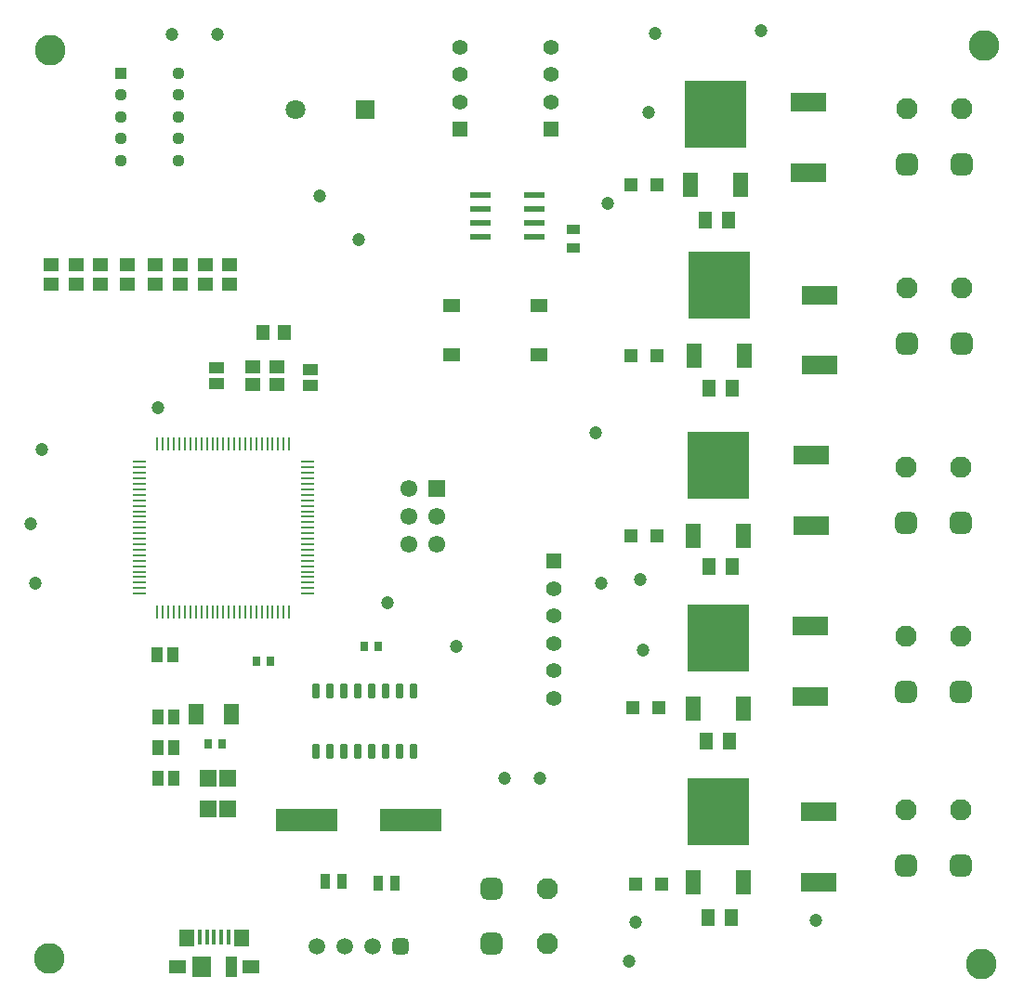
<source format=gbr>
G04*
G04 #@! TF.GenerationSoftware,Altium Limited,Altium Designer,24.6.1 (21)*
G04*
G04 Layer_Color=255*
%FSLAX25Y25*%
%MOIN*%
G70*
G04*
G04 #@! TF.SameCoordinates,02B8DA6F-49FF-4BAE-8194-33363A00AC8D*
G04*
G04*
G04 #@! TF.FilePolarity,Positive*
G04*
G01*
G75*
%ADD16R,0.05500X0.09000*%
%ADD17R,0.22400X0.24300*%
%ADD18R,0.05315X0.07480*%
%ADD19R,0.04528X0.04528*%
%ADD20O,0.05118X0.00984*%
%ADD21O,0.00984X0.05118*%
%ADD22R,0.05151X0.03175*%
%ADD23R,0.07795X0.02087*%
%ADD24R,0.22047X0.08268*%
%ADD25R,0.03740X0.05315*%
%ADD26R,0.06496X0.05118*%
%ADD27R,0.07087X0.07480*%
%ADD28R,0.03937X0.07480*%
%ADD29R,0.05610X0.06102*%
%ADD30R,0.01772X0.05433*%
%ADD31R,0.05906X0.06102*%
%ADD32R,0.04152X0.05339*%
%ADD33R,0.02953X0.03543*%
G04:AMPARAMS|DCode=34|XSize=51.58mil|YSize=24.41mil|CornerRadius=3.05mil|HoleSize=0mil|Usage=FLASHONLY|Rotation=90.000|XOffset=0mil|YOffset=0mil|HoleType=Round|Shape=RoundedRectangle|*
%AMROUNDEDRECTD34*
21,1,0.05158,0.01831,0,0,90.0*
21,1,0.04547,0.02441,0,0,90.0*
1,1,0.00610,0.00915,0.02274*
1,1,0.00610,0.00915,-0.02274*
1,1,0.00610,-0.00915,-0.02274*
1,1,0.00610,-0.00915,0.02274*
%
%ADD34ROUNDEDRECTD34*%
%ADD35R,0.06102X0.05118*%
%ADD36R,0.05512X0.04724*%
%ADD37R,0.04724X0.05709*%
%ADD38R,0.05339X0.04152*%
%ADD39R,0.05709X0.04528*%
%ADD40R,0.04750X0.05938*%
%ADD41R,0.12598X0.06772*%
%ADD56C,0.05512*%
%ADD57R,0.05512X0.05512*%
%ADD61R,0.06102X0.06102*%
%ADD62C,0.06102*%
%ADD67C,0.04724*%
G04:AMPARAMS|DCode=70|XSize=76.77mil|YSize=76.77mil|CornerRadius=19.19mil|HoleSize=0mil|Usage=FLASHONLY|Rotation=90.000|XOffset=0mil|YOffset=0mil|HoleType=Round|Shape=RoundedRectangle|*
%AMROUNDEDRECTD70*
21,1,0.07677,0.03839,0,0,90.0*
21,1,0.03839,0.07677,0,0,90.0*
1,1,0.03839,0.01919,0.01919*
1,1,0.03839,0.01919,-0.01919*
1,1,0.03839,-0.01919,-0.01919*
1,1,0.03839,-0.01919,0.01919*
%
%ADD70ROUNDEDRECTD70*%
%ADD71C,0.07677*%
%ADD72R,0.07087X0.07087*%
%ADD73C,0.07087*%
%ADD74C,0.11000*%
%ADD75C,0.04370*%
%ADD76R,0.04370X0.04370*%
G04:AMPARAMS|DCode=77|XSize=76.77mil|YSize=76.77mil|CornerRadius=19.19mil|HoleSize=0mil|Usage=FLASHONLY|Rotation=0.000|XOffset=0mil|YOffset=0mil|HoleType=Round|Shape=RoundedRectangle|*
%AMROUNDEDRECTD77*
21,1,0.07677,0.03839,0,0,0.0*
21,1,0.03839,0.07677,0,0,0.0*
1,1,0.03839,0.01919,-0.01919*
1,1,0.03839,-0.01919,-0.01919*
1,1,0.03839,-0.01919,0.01919*
1,1,0.03839,0.01919,0.01919*
%
%ADD77ROUNDEDRECTD77*%
%ADD78C,0.05906*%
G04:AMPARAMS|DCode=79|XSize=59.06mil|YSize=59.06mil|CornerRadius=14.76mil|HoleSize=0mil|Usage=FLASHONLY|Rotation=0.000|XOffset=0mil|YOffset=0mil|HoleType=Round|Shape=RoundedRectangle|*
%AMROUNDEDRECTD79*
21,1,0.05906,0.02953,0,0,0.0*
21,1,0.02953,0.05906,0,0,0.0*
1,1,0.02953,0.01476,-0.01476*
1,1,0.02953,-0.01476,-0.01476*
1,1,0.02953,-0.01476,0.01476*
1,1,0.02953,0.01476,0.01476*
%
%ADD79ROUNDEDRECTD79*%
D16*
X603500Y202008D02*
D03*
X585500D02*
D03*
Y139768D02*
D03*
X603500D02*
D03*
X585500Y264150D02*
D03*
X603500D02*
D03*
X586037Y328650D02*
D03*
X604037D02*
D03*
X584537Y390150D02*
D03*
X602537D02*
D03*
D17*
X594500Y227358D02*
D03*
Y165118D02*
D03*
Y289500D02*
D03*
X595037Y354000D02*
D03*
X593537Y415500D02*
D03*
D18*
X419894Y200000D02*
D03*
X407295D02*
D03*
D19*
X572626Y390150D02*
D03*
X563374D02*
D03*
X564000Y202500D02*
D03*
X573252D02*
D03*
X564874Y139000D02*
D03*
X574126D02*
D03*
X563374Y328650D02*
D03*
X572626D02*
D03*
Y264000D02*
D03*
X563374D02*
D03*
D20*
X447118Y243378D02*
D03*
Y245346D02*
D03*
Y247315D02*
D03*
Y249283D02*
D03*
Y251252D02*
D03*
Y253220D02*
D03*
Y255189D02*
D03*
Y257157D02*
D03*
Y259126D02*
D03*
Y261094D02*
D03*
Y263063D02*
D03*
Y265032D02*
D03*
Y267000D02*
D03*
Y268969D02*
D03*
Y270937D02*
D03*
Y272906D02*
D03*
Y274874D02*
D03*
Y276843D02*
D03*
Y278811D02*
D03*
Y280780D02*
D03*
Y282748D02*
D03*
Y284717D02*
D03*
Y286685D02*
D03*
Y288654D02*
D03*
Y290622D02*
D03*
X386882D02*
D03*
Y288654D02*
D03*
Y286685D02*
D03*
Y284717D02*
D03*
Y282748D02*
D03*
Y280780D02*
D03*
Y278811D02*
D03*
Y276843D02*
D03*
Y274874D02*
D03*
Y272906D02*
D03*
Y270937D02*
D03*
Y268969D02*
D03*
Y267000D02*
D03*
Y265032D02*
D03*
Y263063D02*
D03*
Y261094D02*
D03*
Y259126D02*
D03*
Y257157D02*
D03*
Y255189D02*
D03*
Y253220D02*
D03*
Y251252D02*
D03*
Y249283D02*
D03*
Y247315D02*
D03*
Y245346D02*
D03*
Y243378D02*
D03*
D21*
X440622Y297118D02*
D03*
X438654D02*
D03*
X436685D02*
D03*
X434717D02*
D03*
X432748D02*
D03*
X430780D02*
D03*
X428811D02*
D03*
X426843D02*
D03*
X424874D02*
D03*
X422906D02*
D03*
X420937D02*
D03*
X418969D02*
D03*
X417000D02*
D03*
X415032D02*
D03*
X413063D02*
D03*
X411094D02*
D03*
X409126D02*
D03*
X407157D02*
D03*
X405189D02*
D03*
X403220D02*
D03*
X401252D02*
D03*
X399283D02*
D03*
X397315D02*
D03*
X395346D02*
D03*
X393378D02*
D03*
Y236882D02*
D03*
X395346D02*
D03*
X397315D02*
D03*
X399283D02*
D03*
X401252D02*
D03*
X403220D02*
D03*
X405189D02*
D03*
X407157D02*
D03*
X409126D02*
D03*
X411094D02*
D03*
X413063D02*
D03*
X415032D02*
D03*
X417000D02*
D03*
X418969D02*
D03*
X420937D02*
D03*
X422906D02*
D03*
X424874D02*
D03*
X426843D02*
D03*
X428811D02*
D03*
X430780D02*
D03*
X432748D02*
D03*
X434717D02*
D03*
X436685D02*
D03*
X438654D02*
D03*
X440622D02*
D03*
D22*
X542500Y374000D02*
D03*
Y367300D02*
D03*
D23*
X528705Y386500D02*
D03*
Y381500D02*
D03*
Y376500D02*
D03*
Y371500D02*
D03*
X509295D02*
D03*
Y376500D02*
D03*
Y381500D02*
D03*
Y386500D02*
D03*
D24*
X484201Y162000D02*
D03*
X446799D02*
D03*
D25*
X453500Y140000D02*
D03*
X459405D02*
D03*
X478453Y139500D02*
D03*
X472547D02*
D03*
D26*
X400425Y109500D02*
D03*
X427000D02*
D03*
D27*
X409185D02*
D03*
D28*
X419815D02*
D03*
D29*
X403919Y119638D02*
D03*
X423506D02*
D03*
D30*
X408594Y119972D02*
D03*
X411154D02*
D03*
X413713D02*
D03*
X416272D02*
D03*
X418831D02*
D03*
D31*
X411413Y166000D02*
D03*
X418500D02*
D03*
X411413Y177236D02*
D03*
X418500D02*
D03*
D32*
X399283Y188205D02*
D03*
X393569D02*
D03*
X399283Y199000D02*
D03*
X393569D02*
D03*
X399000Y221500D02*
D03*
X393285D02*
D03*
X399283Y177236D02*
D03*
X393569D02*
D03*
D33*
X433961Y219000D02*
D03*
X429039D02*
D03*
X472500Y224500D02*
D03*
X467579D02*
D03*
X416421Y189500D02*
D03*
X411500D02*
D03*
D34*
X450177Y208327D02*
D03*
X455177D02*
D03*
X485177Y186673D02*
D03*
X480177Y208327D02*
D03*
Y186673D02*
D03*
X470177D02*
D03*
X485177Y208327D02*
D03*
X475177Y186673D02*
D03*
Y208327D02*
D03*
X470177D02*
D03*
X460177D02*
D03*
X465177Y186673D02*
D03*
X460177D02*
D03*
X450177D02*
D03*
X465177Y208327D02*
D03*
X455177Y186673D02*
D03*
D35*
X530150Y329142D02*
D03*
X498850D02*
D03*
X530150Y346858D02*
D03*
X498850D02*
D03*
D36*
X436331Y324650D02*
D03*
X427669D02*
D03*
Y318350D02*
D03*
X436331D02*
D03*
D37*
X439000Y337000D02*
D03*
X431126D02*
D03*
D38*
X448059Y323838D02*
D03*
Y318123D02*
D03*
X414500Y318643D02*
D03*
Y324357D02*
D03*
D39*
X410437Y354555D02*
D03*
Y361445D02*
D03*
X419311Y354555D02*
D03*
Y361445D02*
D03*
X401563Y354555D02*
D03*
Y361445D02*
D03*
X355252Y354555D02*
D03*
Y361445D02*
D03*
X364126Y354555D02*
D03*
Y361445D02*
D03*
X373000Y354555D02*
D03*
Y361445D02*
D03*
X382567Y354555D02*
D03*
Y361445D02*
D03*
X392689Y354555D02*
D03*
Y361445D02*
D03*
D40*
X598637Y190500D02*
D03*
X590363D02*
D03*
X599637Y253000D02*
D03*
X591363D02*
D03*
X598174Y377500D02*
D03*
X589899D02*
D03*
X599137Y127000D02*
D03*
X590863D02*
D03*
X591363Y317000D02*
D03*
X599637D02*
D03*
D41*
X627037Y394382D02*
D03*
Y419618D02*
D03*
X627500Y206382D02*
D03*
Y231618D02*
D03*
X630500Y139882D02*
D03*
Y165118D02*
D03*
X628000Y293118D02*
D03*
Y267882D02*
D03*
X631000Y350500D02*
D03*
Y325264D02*
D03*
D56*
X534500Y439500D02*
D03*
Y429658D02*
D03*
Y419815D02*
D03*
X502000Y439500D02*
D03*
Y429658D02*
D03*
Y419815D02*
D03*
X535500Y205815D02*
D03*
Y215657D02*
D03*
Y225500D02*
D03*
Y235343D02*
D03*
Y245185D02*
D03*
D57*
X534500Y409972D02*
D03*
X502000D02*
D03*
X535500Y255028D02*
D03*
D61*
X493441Y281201D02*
D03*
D62*
Y271201D02*
D03*
Y261201D02*
D03*
X483441Y281201D02*
D03*
Y271201D02*
D03*
Y261201D02*
D03*
D67*
X572000Y444500D02*
D03*
X629500Y126000D02*
D03*
X566500Y248500D02*
D03*
X567500Y223000D02*
D03*
X565000Y125500D02*
D03*
X555000Y383500D02*
D03*
X550500Y301000D02*
D03*
X518000Y177000D02*
D03*
X530500D02*
D03*
X552500Y247000D02*
D03*
X451500Y386000D02*
D03*
X610000Y445500D02*
D03*
X476000Y240000D02*
D03*
X500500Y224500D02*
D03*
X569500Y416000D02*
D03*
X393500Y310000D02*
D03*
X352000Y295000D02*
D03*
X562500Y111500D02*
D03*
X415000Y444000D02*
D03*
X398500D02*
D03*
X348000Y268500D02*
D03*
X465500Y370500D02*
D03*
X349500Y247000D02*
D03*
D70*
X681493Y208129D02*
D03*
X661808D02*
D03*
Y268905D02*
D03*
X681493D02*
D03*
X682030Y333129D02*
D03*
X662345D02*
D03*
X682030Y397405D02*
D03*
X662345D02*
D03*
X681493Y145629D02*
D03*
X661808D02*
D03*
D71*
X681493Y228129D02*
D03*
X661808D02*
D03*
Y288905D02*
D03*
X681493D02*
D03*
X682030Y353129D02*
D03*
X662345D02*
D03*
X682030Y417405D02*
D03*
X662345D02*
D03*
X533276Y117642D02*
D03*
Y137327D02*
D03*
X681493Y165629D02*
D03*
X661808D02*
D03*
D72*
X468000Y417000D02*
D03*
D73*
X443000D02*
D03*
D74*
X354500Y112500D02*
D03*
X689000Y110500D02*
D03*
X690000Y440000D02*
D03*
X355000Y438500D02*
D03*
D75*
X400933Y398752D02*
D03*
Y406626D02*
D03*
Y414500D02*
D03*
Y422374D02*
D03*
Y430248D02*
D03*
X380067Y398752D02*
D03*
Y406626D02*
D03*
Y414500D02*
D03*
Y422374D02*
D03*
D76*
Y430248D02*
D03*
D77*
X513276Y117642D02*
D03*
Y137327D02*
D03*
D78*
X450500Y116681D02*
D03*
X460500D02*
D03*
X470500D02*
D03*
D79*
X480500D02*
D03*
M02*

</source>
